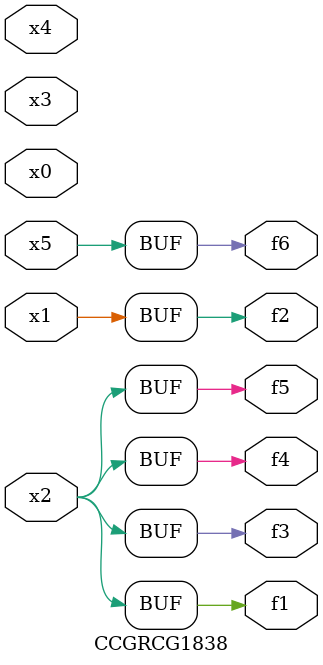
<source format=v>
module CCGRCG1838(
	input x0, x1, x2, x3, x4, x5,
	output f1, f2, f3, f4, f5, f6
);
	assign f1 = x2;
	assign f2 = x1;
	assign f3 = x2;
	assign f4 = x2;
	assign f5 = x2;
	assign f6 = x5;
endmodule

</source>
